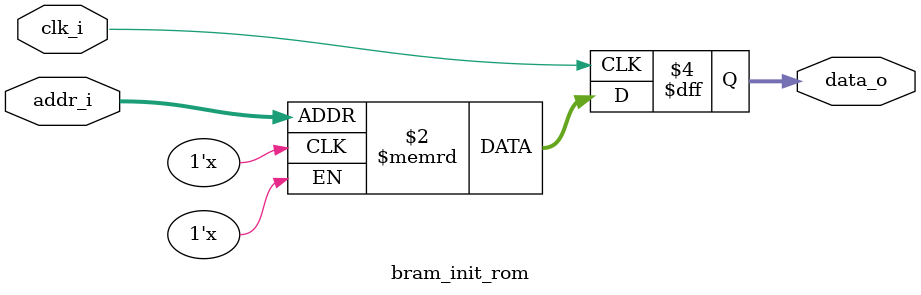
<source format=v>
`ifndef INIT_BRAM_ROM_GUARD
`define INIT_BRAM_ROM_GUARD

module bram_init_rom
  #(
    parameter memSize_p = 8,
    parameter dataWidth_p = 16,
    parameter initFile_p = ""
  )
  (
    input wire clk_i,
    input wire [(memSize_p - 1):0]  addr_i,

    output reg [(dataWidth_p - 1):0] data_o
  );

  reg [(dataWidth_p - 1):0] memory [2**memSize_p-1:0];

  `ifndef SIM
  initial if (initFile_p) $readmemh(initFile_p, memory);
  `else
  initial $readmemh(initFile_p, memory);
  `endif

  always @(posedge clk_i) begin
    data_o <= memory[addr_i];
  end

endmodule
`endif // INIT_BRAM_ROM_GUARD

</source>
